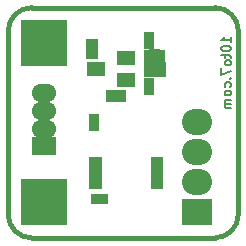
<source format=gbs>
%FSLAX34Y34*%
G04 Gerber Fmt 3.4, Leading zero omitted, Abs format*
G04 (created by PCBNEW (2014-03-19 BZR 4756)-product) date Sun 08 Jun 2014 00:25:28 BST*
%MOIN*%
G01*
G70*
G90*
G04 APERTURE LIST*
%ADD10C,0.005906*%
%ADD11C,0.015000*%
%ADD12C,0.006700*%
%ADD13O,0.082992X0.059370*%
%ADD14R,0.082992X0.059370*%
%ADD15R,0.059400X0.047600*%
%ADD16R,0.035700X0.043600*%
%ADD17R,0.043600X0.035700*%
%ADD18R,0.153900X0.153900*%
%ADD19R,0.033800X0.051500*%
%ADD20R,0.031800X0.035700*%
%ADD21R,0.035700X0.031800*%
%ADD22R,0.100000X0.088000*%
%ADD23O,0.100000X0.088000*%
G04 APERTURE END LIST*
G54D10*
G54D11*
X60630Y-25550D02*
X54527Y-25550D01*
X60630Y-25550D02*
G75*
G03X61417Y-24763I0J787D01*
G74*
G01*
X61417Y-18660D02*
X61417Y-24763D01*
X53740Y-24763D02*
X53740Y-18660D01*
X53740Y-24763D02*
G75*
G03X54527Y-25550I787J0D01*
G74*
G01*
X54527Y-17873D02*
X60630Y-17873D01*
X61417Y-18660D02*
G75*
G03X60630Y-17873I-787J0D01*
G74*
G01*
X54527Y-17873D02*
G75*
G03X53740Y-18660I0J-787D01*
G74*
G01*
G54D12*
X61166Y-19033D02*
X61166Y-18853D01*
X61166Y-18943D02*
X60851Y-18943D01*
X60896Y-18913D01*
X60926Y-18883D01*
X60941Y-18853D01*
X60851Y-19228D02*
X60851Y-19258D01*
X60866Y-19288D01*
X60881Y-19303D01*
X60911Y-19318D01*
X60971Y-19333D01*
X61046Y-19333D01*
X61106Y-19318D01*
X61136Y-19303D01*
X61151Y-19288D01*
X61166Y-19258D01*
X61166Y-19228D01*
X61151Y-19198D01*
X61136Y-19183D01*
X61106Y-19168D01*
X61046Y-19153D01*
X60971Y-19153D01*
X60911Y-19168D01*
X60881Y-19183D01*
X60866Y-19198D01*
X60851Y-19228D01*
X60956Y-19423D02*
X60956Y-19543D01*
X60851Y-19468D02*
X61121Y-19468D01*
X61151Y-19483D01*
X61166Y-19513D01*
X61166Y-19543D01*
X61166Y-19693D02*
X61151Y-19663D01*
X61136Y-19648D01*
X61106Y-19633D01*
X61016Y-19633D01*
X60986Y-19648D01*
X60971Y-19663D01*
X60956Y-19693D01*
X60956Y-19738D01*
X60971Y-19768D01*
X60986Y-19783D01*
X61016Y-19798D01*
X61106Y-19798D01*
X61136Y-19783D01*
X61151Y-19768D01*
X61166Y-19738D01*
X61166Y-19693D01*
X60851Y-19903D02*
X60851Y-20113D01*
X61166Y-19978D01*
X61136Y-20233D02*
X61151Y-20248D01*
X61166Y-20233D01*
X61151Y-20218D01*
X61136Y-20233D01*
X61166Y-20233D01*
X61151Y-20518D02*
X61166Y-20488D01*
X61166Y-20428D01*
X61151Y-20398D01*
X61136Y-20383D01*
X61106Y-20368D01*
X61016Y-20368D01*
X60986Y-20383D01*
X60971Y-20398D01*
X60956Y-20428D01*
X60956Y-20488D01*
X60971Y-20518D01*
X61166Y-20698D02*
X61151Y-20668D01*
X61136Y-20653D01*
X61106Y-20638D01*
X61016Y-20638D01*
X60986Y-20653D01*
X60971Y-20668D01*
X60956Y-20698D01*
X60956Y-20743D01*
X60971Y-20773D01*
X60986Y-20788D01*
X61016Y-20803D01*
X61106Y-20803D01*
X61136Y-20788D01*
X61151Y-20773D01*
X61166Y-20743D01*
X61166Y-20698D01*
X61166Y-20938D02*
X60956Y-20938D01*
X60986Y-20938D02*
X60971Y-20953D01*
X60956Y-20983D01*
X60956Y-21028D01*
X60971Y-21058D01*
X61001Y-21073D01*
X61166Y-21073D01*
X61001Y-21073D02*
X60971Y-21088D01*
X60956Y-21118D01*
X60956Y-21163D01*
X60971Y-21193D01*
X61001Y-21208D01*
X61166Y-21208D01*
G54D13*
X54921Y-21908D03*
X54921Y-21318D03*
G54D14*
X54921Y-22499D03*
G54D13*
X54921Y-20727D03*
G54D10*
G36*
X58909Y-22861D02*
X58909Y-23140D01*
X58492Y-23140D01*
X58492Y-22861D01*
X58909Y-22861D01*
X58909Y-22861D01*
G37*
G36*
X58909Y-23117D02*
X58909Y-23396D01*
X58492Y-23396D01*
X58492Y-23117D01*
X58909Y-23117D01*
X58909Y-23117D01*
G37*
G36*
X58909Y-23373D02*
X58909Y-23652D01*
X58492Y-23652D01*
X58492Y-23373D01*
X58909Y-23373D01*
X58909Y-23373D01*
G37*
G36*
X58909Y-23629D02*
X58909Y-23908D01*
X58492Y-23908D01*
X58492Y-23629D01*
X58909Y-23629D01*
X58909Y-23629D01*
G37*
G36*
X56862Y-23629D02*
X56862Y-23908D01*
X56445Y-23908D01*
X56445Y-23629D01*
X56862Y-23629D01*
X56862Y-23629D01*
G37*
G36*
X56862Y-23373D02*
X56862Y-23652D01*
X56445Y-23652D01*
X56445Y-23373D01*
X56862Y-23373D01*
X56862Y-23373D01*
G37*
G36*
X56862Y-23117D02*
X56862Y-23396D01*
X56445Y-23396D01*
X56445Y-23117D01*
X56862Y-23117D01*
X56862Y-23117D01*
G37*
G36*
X56862Y-22861D02*
X56862Y-23140D01*
X56445Y-23140D01*
X56445Y-22861D01*
X56862Y-22861D01*
X56862Y-22861D01*
G37*
G54D15*
X56665Y-19920D03*
X57665Y-20295D03*
X57665Y-19545D03*
G54D16*
X57519Y-20826D03*
X57165Y-20826D03*
G54D17*
X56534Y-19428D03*
X56534Y-19074D03*
G54D18*
X54921Y-24369D03*
X54921Y-19054D03*
G54D10*
G36*
X58790Y-20196D02*
X58452Y-20196D01*
X58452Y-19681D01*
X58790Y-19681D01*
X58790Y-20196D01*
X58790Y-20196D01*
G37*
G36*
X58790Y-19764D02*
X58452Y-19764D01*
X58452Y-19249D01*
X58790Y-19249D01*
X58790Y-19764D01*
X58790Y-19764D01*
G37*
G36*
X58987Y-20196D02*
X58649Y-20196D01*
X58649Y-19681D01*
X58987Y-19681D01*
X58987Y-20196D01*
X58987Y-20196D01*
G37*
G54D19*
X58818Y-19507D03*
X58424Y-19939D03*
X58424Y-19507D03*
G54D20*
X56654Y-24255D03*
X56890Y-24255D03*
G54D21*
X56615Y-21810D03*
X56615Y-21574D03*
X58425Y-20393D03*
X58425Y-20629D03*
X58425Y-18857D03*
X58425Y-19093D03*
G54D22*
X60039Y-24688D03*
G54D23*
X60039Y-23688D03*
X60039Y-22688D03*
X60039Y-21688D03*
M02*

</source>
